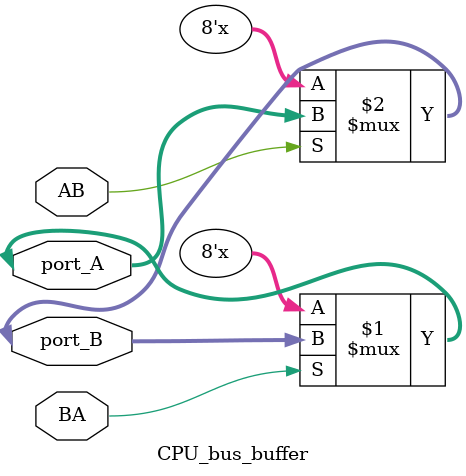
<source format=v>
module CPU_bus_buffer (
	input wire AB, // pass from A to B on 1
	input wire BA, // pass from B to A on 1
	
	inout wire [7:0] port_A,
	inout wire [7:0] port_B
);

assign port_A = (BA) ? port_B : 8'hZZ;
assign port_B = (AB) ? port_A : 8'hZZ;

endmodule

</source>
